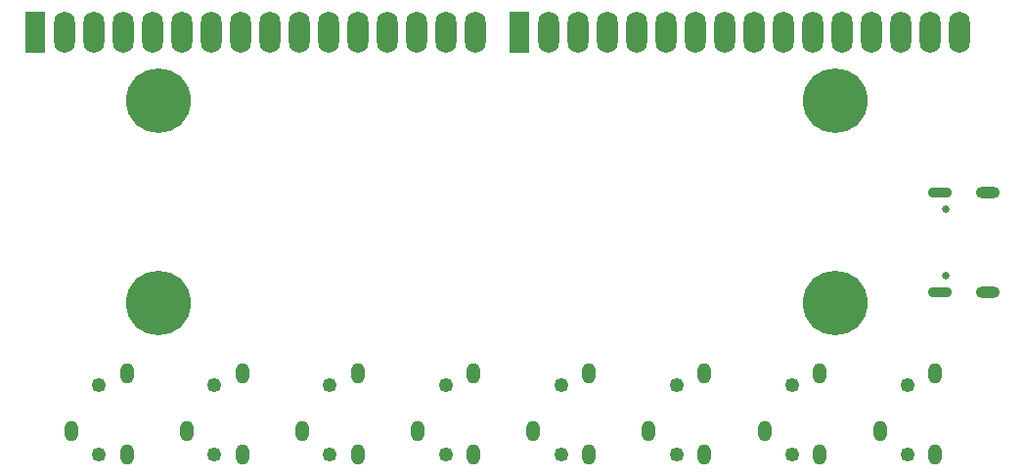
<source format=gbs>
G04 #@! TF.GenerationSoftware,KiCad,Pcbnew,6.0.10-86aedd382b~118~ubuntu22.04.1*
G04 #@! TF.CreationDate,2023-01-22T16:27:42-08:00*
G04 #@! TF.ProjectId,ch348_octo_serial_minim,63683334-385f-46f6-9374-6f5f73657269,rev?*
G04 #@! TF.SameCoordinates,Original*
G04 #@! TF.FileFunction,Soldermask,Bot*
G04 #@! TF.FilePolarity,Negative*
%FSLAX46Y46*%
G04 Gerber Fmt 4.6, Leading zero omitted, Abs format (unit mm)*
G04 Created by KiCad (PCBNEW 6.0.10-86aedd382b~118~ubuntu22.04.1) date 2023-01-22 16:27:42*
%MOMM*%
%LPD*%
G01*
G04 APERTURE LIST*
%ADD10R,1.800000X3.600000*%
%ADD11O,1.800000X3.600000*%
%ADD12C,1.250000*%
%ADD13O,1.199896X1.799996*%
%ADD14C,5.600000*%
%ADD15C,0.650000*%
%ADD16O,2.100000X1.000000*%
%ADD17O,2.100000X0.900000*%
G04 APERTURE END LIST*
D10*
G04 #@! TO.C,J22*
X73025000Y-65600000D03*
D11*
X75565000Y-65600000D03*
X78105000Y-65600000D03*
X80645000Y-65600000D03*
X83185000Y-65600000D03*
X85725000Y-65600000D03*
X88265000Y-65600000D03*
X90805000Y-65600000D03*
X93345000Y-65600000D03*
X95885000Y-65600000D03*
X98425000Y-65600000D03*
X100965000Y-65600000D03*
X103505000Y-65600000D03*
X106045000Y-65600000D03*
X108585000Y-65600000D03*
X111125000Y-65600000D03*
G04 #@! TD*
D10*
G04 #@! TO.C,J23*
X114935000Y-65600000D03*
D11*
X117475000Y-65600000D03*
X120015000Y-65600000D03*
X122555000Y-65600000D03*
X125095000Y-65600000D03*
X127635000Y-65600000D03*
X130175000Y-65600000D03*
X132715000Y-65600000D03*
X135255000Y-65600000D03*
X137795000Y-65600000D03*
X140335000Y-65600000D03*
X142875000Y-65600000D03*
X145415000Y-65600000D03*
X147955000Y-65600000D03*
X150495000Y-65600000D03*
X153035000Y-65600000D03*
G04 #@! TD*
D12*
G04 #@! TO.C,J14*
X78580000Y-102177500D03*
X78580000Y-96177500D03*
D13*
X76180000Y-100177500D03*
X80980000Y-102177500D03*
X80980000Y-95177500D03*
G04 #@! TD*
D14*
G04 #@! TO.C,J2*
X142320000Y-71530000D03*
G04 #@! TD*
D12*
G04 #@! TO.C,J8*
X128580000Y-102177500D03*
X128580000Y-96177500D03*
D13*
X126180000Y-100177500D03*
X130980000Y-102177500D03*
X130980000Y-95177500D03*
G04 #@! TD*
D12*
G04 #@! TO.C,J20*
X108580000Y-102177500D03*
X108580000Y-96177500D03*
D13*
X106180000Y-100177500D03*
X110980000Y-102177500D03*
X110980000Y-95177500D03*
G04 #@! TD*
D14*
G04 #@! TO.C,J3*
X83740000Y-71530000D03*
G04 #@! TD*
D12*
G04 #@! TO.C,J10*
X138580000Y-96177500D03*
X138580000Y-102177500D03*
D13*
X136180000Y-100177500D03*
X140980000Y-102177500D03*
X140980000Y-95177500D03*
G04 #@! TD*
D12*
G04 #@! TO.C,J18*
X98580000Y-102177500D03*
X98580000Y-96177500D03*
D13*
X96180000Y-100177500D03*
X100980000Y-102177500D03*
X100980000Y-95177500D03*
G04 #@! TD*
D15*
G04 #@! TO.C,J1*
X151860000Y-86710000D03*
X151860000Y-80930000D03*
D16*
X155540000Y-79500000D03*
X155540000Y-88140000D03*
D17*
X151360000Y-88140000D03*
X151360000Y-79500000D03*
G04 #@! TD*
D14*
G04 #@! TO.C,J4*
X142320000Y-89110000D03*
G04 #@! TD*
G04 #@! TO.C,J5*
X83740000Y-89110000D03*
G04 #@! TD*
D12*
G04 #@! TO.C,J16*
X88580000Y-96177500D03*
X88580000Y-102177500D03*
D13*
X86180000Y-100177500D03*
X90980000Y-102177500D03*
X90980000Y-95177500D03*
G04 #@! TD*
D12*
G04 #@! TO.C,J12*
X148580000Y-102177500D03*
X148580000Y-96177500D03*
D13*
X146180000Y-100177500D03*
X150980000Y-102177500D03*
X150980000Y-95177500D03*
G04 #@! TD*
D12*
G04 #@! TO.C,J6*
X118580000Y-102177500D03*
X118580000Y-96177500D03*
D13*
X116180000Y-100177500D03*
X120980000Y-102177500D03*
X120980000Y-95177500D03*
G04 #@! TD*
M02*

</source>
